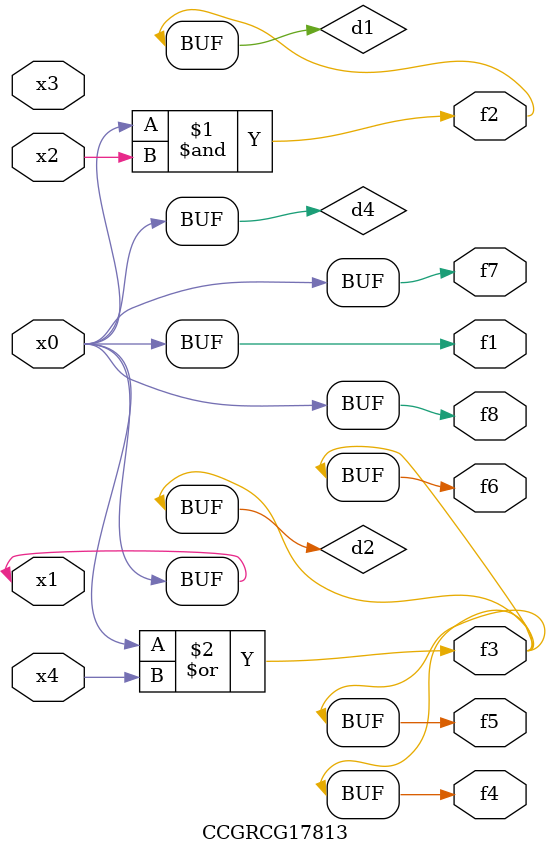
<source format=v>
module CCGRCG17813(
	input x0, x1, x2, x3, x4,
	output f1, f2, f3, f4, f5, f6, f7, f8
);

	wire d1, d2, d3, d4;

	and (d1, x0, x2);
	or (d2, x0, x4);
	nand (d3, x0, x2);
	buf (d4, x0, x1);
	assign f1 = d4;
	assign f2 = d1;
	assign f3 = d2;
	assign f4 = d2;
	assign f5 = d2;
	assign f6 = d2;
	assign f7 = d4;
	assign f8 = d4;
endmodule

</source>
